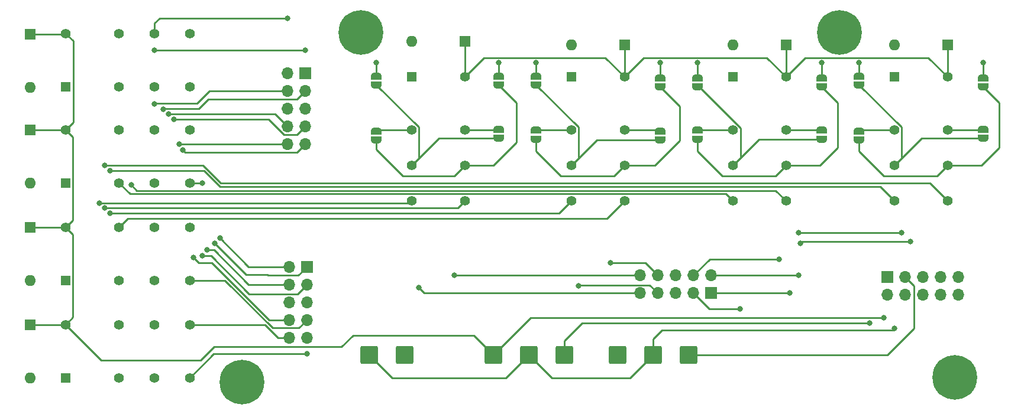
<source format=gbr>
%TF.GenerationSoftware,KiCad,Pcbnew,7.0.6*%
%TF.CreationDate,2023-11-23T12:54:35+01:00*%
%TF.ProjectId,mainboard,6d61696e-626f-4617-9264-2e6b69636164,1*%
%TF.SameCoordinates,Original*%
%TF.FileFunction,Copper,L1,Top*%
%TF.FilePolarity,Positive*%
%FSLAX46Y46*%
G04 Gerber Fmt 4.6, Leading zero omitted, Abs format (unit mm)*
G04 Created by KiCad (PCBNEW 7.0.6) date 2023-11-23 12:54:35*
%MOMM*%
%LPD*%
G01*
G04 APERTURE LIST*
G04 Aperture macros list*
%AMRoundRect*
0 Rectangle with rounded corners*
0 $1 Rounding radius*
0 $2 $3 $4 $5 $6 $7 $8 $9 X,Y pos of 4 corners*
0 Add a 4 corners polygon primitive as box body*
4,1,4,$2,$3,$4,$5,$6,$7,$8,$9,$2,$3,0*
0 Add four circle primitives for the rounded corners*
1,1,$1+$1,$2,$3*
1,1,$1+$1,$4,$5*
1,1,$1+$1,$6,$7*
1,1,$1+$1,$8,$9*
0 Add four rect primitives between the rounded corners*
20,1,$1+$1,$2,$3,$4,$5,0*
20,1,$1+$1,$4,$5,$6,$7,0*
20,1,$1+$1,$6,$7,$8,$9,0*
20,1,$1+$1,$8,$9,$2,$3,0*%
%AMFreePoly0*
4,1,19,0.500000,-0.750000,0.000000,-0.750000,0.000000,-0.744911,-0.071157,-0.744911,-0.207708,-0.704816,-0.327430,-0.627875,-0.420627,-0.520320,-0.479746,-0.390866,-0.500000,-0.250000,-0.500000,0.250000,-0.479746,0.390866,-0.420627,0.520320,-0.327430,0.627875,-0.207708,0.704816,-0.071157,0.744911,0.000000,0.744911,0.000000,0.750000,0.500000,0.750000,0.500000,-0.750000,0.500000,-0.750000,
$1*%
%AMFreePoly1*
4,1,19,0.000000,0.744911,0.071157,0.744911,0.207708,0.704816,0.327430,0.627875,0.420627,0.520320,0.479746,0.390866,0.500000,0.250000,0.500000,-0.250000,0.479746,-0.390866,0.420627,-0.520320,0.327430,-0.627875,0.207708,-0.704816,0.071157,-0.744911,0.000000,-0.744911,0.000000,-0.750000,-0.500000,-0.750000,-0.500000,0.750000,0.000000,0.750000,0.000000,0.744911,0.000000,0.744911,
$1*%
G04 Aperture macros list end*
%TA.AperFunction,ComponentPad*%
%ADD10RoundRect,0.249999X-1.025001X-1.025001X1.025001X-1.025001X1.025001X1.025001X-1.025001X1.025001X0*%
%TD*%
%TA.AperFunction,SMDPad,CuDef*%
%ADD11FreePoly0,270.000000*%
%TD*%
%TA.AperFunction,SMDPad,CuDef*%
%ADD12FreePoly1,270.000000*%
%TD*%
%TA.AperFunction,ComponentPad*%
%ADD13R,1.700000X1.700000*%
%TD*%
%TA.AperFunction,ComponentPad*%
%ADD14O,1.700000X1.700000*%
%TD*%
%TA.AperFunction,ComponentPad*%
%ADD15C,0.800000*%
%TD*%
%TA.AperFunction,ComponentPad*%
%ADD16C,6.400000*%
%TD*%
%TA.AperFunction,ComponentPad*%
%ADD17R,1.600000X1.600000*%
%TD*%
%TA.AperFunction,ComponentPad*%
%ADD18O,1.600000X1.600000*%
%TD*%
%TA.AperFunction,ComponentPad*%
%ADD19R,1.400000X1.400000*%
%TD*%
%TA.AperFunction,ComponentPad*%
%ADD20C,1.400000*%
%TD*%
%TA.AperFunction,SMDPad,CuDef*%
%ADD21FreePoly0,90.000000*%
%TD*%
%TA.AperFunction,SMDPad,CuDef*%
%ADD22FreePoly1,90.000000*%
%TD*%
%TA.AperFunction,ViaPad*%
%ADD23C,0.800000*%
%TD*%
%TA.AperFunction,Conductor*%
%ADD24C,0.250000*%
%TD*%
G04 APERTURE END LIST*
D10*
%TO.P,J36,1,Pin_1*%
%TO.N,N/C*%
X136435000Y-123745500D03*
%TD*%
%TO.P,J39,1,Pin_1*%
%TO.N,N/C*%
X146595000Y-123745500D03*
%TD*%
D11*
%TO.P,JP6,1,A*%
%TO.N,N/C*%
X183425000Y-83979500D03*
D12*
%TO.P,JP6,2,B*%
X183425000Y-85279500D03*
%TD*%
D13*
%TO.P,J3,1,Pin_1*%
%TO.N,N/C*%
X109785000Y-111075500D03*
D14*
%TO.P,J3,2,Pin_2*%
X107245000Y-111075500D03*
%TO.P,J3,3,Pin_3*%
X109785000Y-113615500D03*
%TO.P,J3,4,Pin_4*%
X107245000Y-113615500D03*
%TO.P,J3,5,Pin_5*%
X109785000Y-116155500D03*
%TO.P,J3,6,Pin_6*%
X107245000Y-116155500D03*
%TO.P,J3,7,Pin_7*%
X109785000Y-118695500D03*
%TO.P,J3,8,Pin_8*%
X107245000Y-118695500D03*
%TO.P,J3,9,Pin_9*%
X109785000Y-121235500D03*
%TO.P,J3,10,Pin_10*%
X107245000Y-121235500D03*
%TD*%
D15*
%TO.P,REF\u002A\u002A,1*%
%TO.N,N/C*%
X183604052Y-77470000D03*
X184306996Y-75772944D03*
X184306996Y-79167056D03*
X186004052Y-75070000D03*
D16*
X186004052Y-77470000D03*
D15*
X186004052Y-79870000D03*
X187701108Y-75772944D03*
X187701108Y-79167056D03*
X188404052Y-77470000D03*
%TD*%
D17*
%TO.P,D6,1,K*%
%TO.N,N/C*%
X178345000Y-79295500D03*
D18*
%TO.P,D6,2,A*%
X170725000Y-79295500D03*
%TD*%
D11*
%TO.P,JP11,1,A*%
%TO.N,N/C*%
X142531000Y-91487500D03*
D12*
%TO.P,JP11,2,B*%
X142531000Y-92787500D03*
%TD*%
D19*
%TO.P,K6,1*%
%TO.N,N/C*%
X75253500Y-99060000D03*
D20*
%TO.P,K6,4*%
X82873500Y-99060000D03*
%TO.P,K6,6*%
X87953500Y-99060000D03*
%TO.P,K6,8*%
X93033500Y-99060000D03*
%TO.P,K6,9*%
X93033500Y-91440000D03*
%TO.P,K6,11*%
X87953500Y-91440000D03*
%TO.P,K6,13*%
X82873500Y-91440000D03*
%TO.P,K6,16*%
X75253500Y-91440000D03*
%TD*%
D19*
%TO.P,K5,1*%
%TO.N,N/C*%
X124751000Y-83867500D03*
D20*
%TO.P,K5,4*%
X124751000Y-91487500D03*
%TO.P,K5,6*%
X124751000Y-96567500D03*
%TO.P,K5,8*%
X124751000Y-101647500D03*
%TO.P,K5,9*%
X132371000Y-101647500D03*
%TO.P,K5,11*%
X132371000Y-96567500D03*
%TO.P,K5,13*%
X132371000Y-91487500D03*
%TO.P,K5,16*%
X132371000Y-83867500D03*
%TD*%
D11*
%TO.P,JP12,1,A*%
%TO.N,N/C*%
X119671000Y-91599500D03*
D12*
%TO.P,JP12,2,B*%
X119671000Y-92899500D03*
%TD*%
D21*
%TO.P,JP16,1,A*%
%TO.N,N/C*%
X119671000Y-85025500D03*
D22*
%TO.P,JP16,2,B*%
X119671000Y-83725500D03*
%TD*%
D15*
%TO.P,REF\u002A\u002A,1*%
%TO.N,N/C*%
X98094052Y-127580000D03*
X98796996Y-125882944D03*
X98796996Y-129277056D03*
X100494052Y-125180000D03*
D16*
X100494052Y-127580000D03*
D15*
X100494052Y-129980000D03*
X102191108Y-125882944D03*
X102191108Y-129277056D03*
X102894052Y-127580000D03*
%TD*%
D10*
%TO.P,J37,1,Pin_1*%
%TO.N,N/C*%
X154215000Y-123745500D03*
%TD*%
D17*
%TO.P,D8,1,K*%
%TO.N,N/C*%
X132371000Y-78787500D03*
D18*
%TO.P,D8,2,A*%
X124751000Y-78787500D03*
%TD*%
D11*
%TO.P,JP9,1,A*%
%TO.N,N/C*%
X188759000Y-91599500D03*
D12*
%TO.P,JP9,2,B*%
X188759000Y-92899500D03*
%TD*%
D21*
%TO.P,JP13,1,A*%
%TO.N,N/C*%
X188759000Y-85025500D03*
D22*
%TO.P,JP13,2,B*%
X188759000Y-83725500D03*
%TD*%
D15*
%TO.P,REF\u002A\u002A,1*%
%TO.N,N/C*%
X115094052Y-77470000D03*
X115796996Y-75772944D03*
X115796996Y-79167056D03*
X117494052Y-75070000D03*
D16*
X117494052Y-77470000D03*
D15*
X117494052Y-79870000D03*
X119191108Y-75772944D03*
X119191108Y-79167056D03*
X119894052Y-77470000D03*
%TD*%
D10*
%TO.P,J33,1,Pin_1*%
%TO.N,N/C*%
X123735000Y-123745500D03*
%TD*%
D11*
%TO.P,JP10,1,A*%
%TO.N,N/C*%
X165645000Y-91487500D03*
D12*
%TO.P,JP10,2,B*%
X165645000Y-92787500D03*
%TD*%
D17*
%TO.P,D10,1,K*%
%TO.N,N/C*%
X70173500Y-91440000D03*
D18*
%TO.P,D10,2,A*%
X70173500Y-99060000D03*
%TD*%
D19*
%TO.P,K8,1*%
%TO.N,N/C*%
X75253500Y-113030000D03*
D20*
%TO.P,K8,4*%
X82873500Y-113030000D03*
%TO.P,K8,6*%
X87953500Y-113030000D03*
%TO.P,K8,8*%
X93033500Y-113030000D03*
%TO.P,K8,9*%
X93033500Y-105410000D03*
%TO.P,K8,11*%
X87953500Y-105410000D03*
%TO.P,K8,13*%
X82873500Y-105410000D03*
%TO.P,K8,16*%
X75253500Y-105410000D03*
%TD*%
D17*
%TO.P,D12,1,K*%
%TO.N,N/C*%
X70173500Y-105410000D03*
D18*
%TO.P,D12,2,A*%
X70173500Y-113030000D03*
%TD*%
D21*
%TO.P,JP14,1,A*%
%TO.N,N/C*%
X165645000Y-85279500D03*
D22*
%TO.P,JP14,2,B*%
X165645000Y-83979500D03*
%TD*%
D13*
%TO.P,J18,1,Pin_1*%
%TO.N,N/C*%
X167647000Y-114875500D03*
D14*
%TO.P,J18,2,Pin_2*%
X167647000Y-112335500D03*
%TO.P,J18,3,Pin_3*%
X165107000Y-114875500D03*
%TO.P,J18,4,Pin_4*%
X165107000Y-112335500D03*
%TO.P,J18,5,Pin_5*%
X162567000Y-114875500D03*
%TO.P,J18,6,Pin_6*%
X162567000Y-112335500D03*
%TO.P,J18,7,Pin_7*%
X160027000Y-114875500D03*
%TO.P,J18,8,Pin_8*%
X160027000Y-112335500D03*
%TO.P,J18,9,Pin_9*%
X157487000Y-114875500D03*
%TO.P,J18,10,Pin_10*%
X157487000Y-112335500D03*
%TD*%
D19*
%TO.P,K7,1*%
%TO.N,N/C*%
X75221000Y-127000000D03*
D20*
%TO.P,K7,4*%
X82841000Y-127000000D03*
%TO.P,K7,6*%
X87921000Y-127000000D03*
%TO.P,K7,8*%
X93001000Y-127000000D03*
%TO.P,K7,9*%
X93001000Y-119380000D03*
%TO.P,K7,11*%
X87921000Y-119380000D03*
%TO.P,K7,13*%
X82841000Y-119380000D03*
%TO.P,K7,16*%
X75221000Y-119380000D03*
%TD*%
D17*
%TO.P,D11,1,K*%
%TO.N,N/C*%
X70141000Y-119380000D03*
D18*
%TO.P,D11,2,A*%
X70141000Y-127000000D03*
%TD*%
D10*
%TO.P,J32,1,Pin_1*%
%TO.N,N/C*%
X118655000Y-123745500D03*
%TD*%
D19*
%TO.P,K1,1*%
%TO.N,N/C*%
X193839000Y-83867500D03*
D20*
%TO.P,K1,4*%
X193839000Y-91487500D03*
%TO.P,K1,6*%
X193839000Y-96567500D03*
%TO.P,K1,8*%
X193839000Y-101647500D03*
%TO.P,K1,9*%
X201459000Y-101647500D03*
%TO.P,K1,11*%
X201459000Y-96567500D03*
%TO.P,K1,13*%
X201459000Y-91487500D03*
%TO.P,K1,16*%
X201459000Y-83867500D03*
%TD*%
D17*
%TO.P,D9,1,K*%
%TO.N,N/C*%
X70173500Y-77724000D03*
D18*
%TO.P,D9,2,A*%
X70173500Y-85344000D03*
%TD*%
D17*
%TO.P,D7,1,K*%
%TO.N,N/C*%
X155231000Y-79295500D03*
D18*
%TO.P,D7,2,A*%
X147611000Y-79295500D03*
%TD*%
D17*
%TO.P,D5,1,K*%
%TO.N,N/C*%
X201459000Y-79295500D03*
D18*
%TO.P,D5,2,A*%
X193839000Y-79295500D03*
%TD*%
D15*
%TO.P,REF\u002A\u002A,1*%
%TO.N,N/C*%
X200094052Y-126980000D03*
X200796996Y-125282944D03*
X200796996Y-128677056D03*
X202494052Y-124580000D03*
D16*
X202494052Y-126980000D03*
D15*
X202494052Y-129380000D03*
X204191108Y-125282944D03*
X204191108Y-128677056D03*
X204894052Y-126980000D03*
%TD*%
D10*
%TO.P,J35,1,Pin_1*%
%TO.N,N/C*%
X141515000Y-123745500D03*
%TD*%
D13*
%TO.P,J19,1,Pin_1*%
%TO.N,N/C*%
X192853000Y-112549500D03*
D14*
%TO.P,J19,2,Pin_2*%
X192853000Y-115089500D03*
%TO.P,J19,3,Pin_3*%
X195393000Y-112549500D03*
%TO.P,J19,4,Pin_4*%
X195393000Y-115089500D03*
%TO.P,J19,5,Pin_5*%
X197933000Y-112549500D03*
%TO.P,J19,6,Pin_6*%
X197933000Y-115089500D03*
%TO.P,J19,7,Pin_7*%
X200473000Y-112549500D03*
%TO.P,J19,8,Pin_8*%
X200473000Y-115089500D03*
%TO.P,J19,9,Pin_9*%
X203013000Y-112549500D03*
%TO.P,J19,10,Pin_10*%
X203013000Y-115089500D03*
%TD*%
D11*
%TO.P,JP8,1,A*%
%TO.N,N/C*%
X137197000Y-83725500D03*
D12*
%TO.P,JP8,2,B*%
X137197000Y-85025500D03*
%TD*%
D11*
%TO.P,JP1,1,A*%
%TO.N,N/C*%
X206539000Y-91345500D03*
D12*
%TO.P,JP1,2,B*%
X206539000Y-92645500D03*
%TD*%
D19*
%TO.P,K4,1*%
%TO.N,N/C*%
X147611000Y-83867500D03*
D20*
%TO.P,K4,4*%
X147611000Y-91487500D03*
%TO.P,K4,6*%
X147611000Y-96567500D03*
%TO.P,K4,8*%
X147611000Y-101647500D03*
%TO.P,K4,9*%
X155231000Y-101647500D03*
%TO.P,K4,11*%
X155231000Y-96567500D03*
%TO.P,K4,13*%
X155231000Y-91487500D03*
%TO.P,K4,16*%
X155231000Y-83867500D03*
%TD*%
D10*
%TO.P,J38,1,Pin_1*%
%TO.N,N/C*%
X159295000Y-123745500D03*
%TD*%
D21*
%TO.P,JP15,1,A*%
%TO.N,N/C*%
X142531000Y-85025500D03*
D22*
%TO.P,JP15,2,B*%
X142531000Y-83725500D03*
%TD*%
D11*
%TO.P,JP3,1,A*%
%TO.N,N/C*%
X160311000Y-91599500D03*
D12*
%TO.P,JP3,2,B*%
X160311000Y-92899500D03*
%TD*%
D11*
%TO.P,JP4,1,A*%
%TO.N,N/C*%
X137197000Y-91345500D03*
D12*
%TO.P,JP4,2,B*%
X137197000Y-92645500D03*
%TD*%
D13*
%TO.P,J1,1,Pin_1*%
%TO.N,N/C*%
X109511000Y-83359500D03*
D14*
%TO.P,J1,2,Pin_2*%
X106971000Y-83359500D03*
%TO.P,J1,3,Pin_3*%
X109511000Y-85899500D03*
%TO.P,J1,4,Pin_4*%
X106971000Y-85899500D03*
%TO.P,J1,5,Pin_5*%
X109511000Y-88439500D03*
%TO.P,J1,6,Pin_6*%
X106971000Y-88439500D03*
%TO.P,J1,7,Pin_7*%
X109511000Y-90979500D03*
%TO.P,J1,8,Pin_8*%
X106971000Y-90979500D03*
%TO.P,J1,9,Pin_9*%
X109511000Y-93519500D03*
%TO.P,J1,10,Pin_10*%
X106971000Y-93519500D03*
%TD*%
D11*
%TO.P,JP5,1,A*%
%TO.N,N/C*%
X206539000Y-83979500D03*
D12*
%TO.P,JP5,2,B*%
X206539000Y-85279500D03*
%TD*%
D10*
%TO.P,J40,1,Pin_1*%
%TO.N,N/C*%
X164375000Y-123745500D03*
%TD*%
D19*
%TO.P,K2,1*%
%TO.N,N/C*%
X75286000Y-85296500D03*
D20*
%TO.P,K2,4*%
X82906000Y-85296500D03*
%TO.P,K2,6*%
X87986000Y-85296500D03*
%TO.P,K2,8*%
X93066000Y-85296500D03*
%TO.P,K2,9*%
X93066000Y-77676500D03*
%TO.P,K2,11*%
X87986000Y-77676500D03*
%TO.P,K2,13*%
X82906000Y-77676500D03*
%TO.P,K2,16*%
X75286000Y-77676500D03*
%TD*%
D19*
%TO.P,K3,1*%
%TO.N,N/C*%
X170725000Y-83867500D03*
D20*
%TO.P,K3,4*%
X170725000Y-91487500D03*
%TO.P,K3,6*%
X170725000Y-96567500D03*
%TO.P,K3,8*%
X170725000Y-101647500D03*
%TO.P,K3,9*%
X178345000Y-101647500D03*
%TO.P,K3,11*%
X178345000Y-96567500D03*
%TO.P,K3,13*%
X178345000Y-91487500D03*
%TO.P,K3,16*%
X178345000Y-83867500D03*
%TD*%
D11*
%TO.P,JP2,1,A*%
%TO.N,N/C*%
X183425000Y-91487500D03*
D12*
%TO.P,JP2,2,B*%
X183425000Y-92787500D03*
%TD*%
D11*
%TO.P,JP7,1,A*%
%TO.N,N/C*%
X160311000Y-83979500D03*
D12*
%TO.P,JP7,2,B*%
X160311000Y-85279500D03*
%TD*%
D23*
%TO.N,*%
X183425000Y-81835500D03*
X119671000Y-81835500D03*
X165645000Y-81835500D03*
X137197000Y-81835500D03*
X192315000Y-118411500D03*
X206539000Y-81835500D03*
X160311000Y-81835500D03*
X106971000Y-75485500D03*
X109511000Y-80057500D03*
X90715000Y-89963500D03*
X87953500Y-87710000D03*
X142531000Y-81835500D03*
X89191000Y-88494745D03*
X87921000Y-80057500D03*
X188759000Y-81835500D03*
X80809000Y-96567500D03*
X178853000Y-114855500D03*
X153199000Y-110537500D03*
X94779000Y-109521500D03*
X80809000Y-102663500D03*
X80095860Y-101963188D03*
X193839000Y-119935500D03*
X109785000Y-123580000D03*
X130847000Y-112315500D03*
X180123000Y-106219500D03*
X180377000Y-107743500D03*
X93509000Y-109775500D03*
X125767000Y-114093500D03*
X171741000Y-117141500D03*
X180123000Y-112315500D03*
X194864000Y-106219500D03*
X148627000Y-113839500D03*
X81571000Y-103425500D03*
X81571000Y-97329500D03*
X84619000Y-99361500D03*
X196125000Y-107489500D03*
X95503500Y-108689864D03*
X94779000Y-99107500D03*
X190283000Y-119173500D03*
X177329000Y-110029500D03*
X89953000Y-89201500D03*
X91477000Y-93519500D03*
X92031424Y-94351136D03*
X96557000Y-107743500D03*
X97319000Y-106981500D03*
%TD*%
D24*
%TO.N,*%
X80818000Y-102672500D02*
X80809000Y-102663500D01*
X80484007Y-101963188D02*
X80508695Y-101938500D01*
X84096000Y-104187500D02*
X82873500Y-105410000D01*
X145833000Y-103425500D02*
X81571000Y-103425500D01*
X152691000Y-104187500D02*
X84096000Y-104187500D01*
X155231000Y-101647500D02*
X152691000Y-104187500D01*
X80508695Y-101938500D02*
X124460000Y-101938500D01*
X147611000Y-101647500D02*
X145833000Y-103425500D01*
X80095860Y-101963188D02*
X80484007Y-101963188D01*
X131346000Y-102672500D02*
X80818000Y-102672500D01*
X124460000Y-101938500D02*
X124751000Y-101647500D01*
X132371000Y-101647500D02*
X131346000Y-102672500D01*
X85430000Y-100172500D02*
X84619000Y-99361500D01*
X178345000Y-101647500D02*
X176870000Y-100172500D01*
X169700000Y-100622500D02*
X84436000Y-100622500D01*
X170725000Y-101647500D02*
X169700000Y-100622500D01*
X94907396Y-96567500D02*
X80809000Y-96567500D01*
X142531000Y-92787500D02*
X142531000Y-94535500D01*
X188759000Y-92899500D02*
X188759000Y-94535500D01*
X206285000Y-96567500D02*
X201459000Y-96567500D01*
X97447396Y-99107500D02*
X94907396Y-96567500D01*
X169201000Y-98091500D02*
X176821000Y-98091500D01*
X95033000Y-97329500D02*
X81571000Y-97329500D01*
X97319000Y-99615500D02*
X95033000Y-97329500D01*
X139737000Y-93265500D02*
X136435000Y-96567500D01*
X119738569Y-85025500D02*
X125776000Y-91062931D01*
X130847000Y-98091500D02*
X132371000Y-96567500D01*
X201459000Y-101647500D02*
X198919000Y-99107500D01*
X163105000Y-93028864D02*
X159566364Y-96567500D01*
X183425000Y-85279500D02*
X185711000Y-87565500D01*
X199935000Y-98091500D02*
X201459000Y-96567500D01*
X119671000Y-85025500D02*
X119738569Y-85025500D01*
X136435000Y-96567500D02*
X132371000Y-96567500D01*
X206539000Y-85279500D02*
X208825000Y-87565500D01*
X142598569Y-85025500D02*
X148636000Y-91062931D01*
X128673000Y-92645500D02*
X124751000Y-96567500D01*
X146087000Y-98091500D02*
X153707000Y-98091500D01*
X188759000Y-94535500D02*
X192315000Y-98091500D01*
X191807000Y-99615500D02*
X97319000Y-99615500D01*
X183171000Y-96567500D02*
X178345000Y-96567500D01*
X151279000Y-92899500D02*
X147611000Y-96567500D01*
X84436000Y-100622500D02*
X82873500Y-99060000D01*
X185711000Y-94027500D02*
X183171000Y-96567500D01*
X160311000Y-85279500D02*
X163105000Y-88073500D01*
X163105000Y-88073500D02*
X163105000Y-93028864D01*
X198919000Y-99107500D02*
X97447396Y-99107500D01*
X119671000Y-94281500D02*
X123481000Y-98091500D01*
X123481000Y-98091500D02*
X130847000Y-98091500D01*
X185711000Y-87565500D02*
X185711000Y-94027500D01*
X208825000Y-94027500D02*
X206285000Y-96567500D01*
X139737000Y-87565500D02*
X139737000Y-93265500D01*
X192315000Y-98091500D02*
X199935000Y-98091500D01*
X125776000Y-91062931D02*
X125776000Y-95542500D01*
X125776000Y-95542500D02*
X124751000Y-96567500D01*
X160311000Y-92899500D02*
X151279000Y-92899500D01*
X119671000Y-92899500D02*
X119671000Y-94281500D01*
X148636000Y-95542500D02*
X147611000Y-96567500D01*
X159566364Y-96567500D02*
X155231000Y-96567500D01*
X137197000Y-85025500D02*
X139737000Y-87565500D01*
X137197000Y-92645500D02*
X128673000Y-92645500D01*
X193839000Y-101647500D02*
X191807000Y-99615500D01*
X208825000Y-87565500D02*
X208825000Y-94027500D01*
X153707000Y-98091500D02*
X155231000Y-96567500D01*
X165645000Y-94535500D02*
X169201000Y-98091500D01*
X176821000Y-98091500D02*
X178345000Y-96567500D01*
X176870000Y-100172500D02*
X85430000Y-100172500D01*
X142531000Y-94535500D02*
X146087000Y-98091500D01*
X165645000Y-92787500D02*
X165645000Y-94535500D01*
X165645000Y-85279500D02*
X165966569Y-85279500D01*
X197761000Y-92645500D02*
X193839000Y-96567500D01*
X193585000Y-120189500D02*
X160565000Y-120189500D01*
X149135000Y-119173500D02*
X146595000Y-121713500D01*
X206539000Y-92645500D02*
X197761000Y-92645500D01*
X159295000Y-121459500D02*
X159295000Y-123745500D01*
X148636000Y-91062931D02*
X148636000Y-95542500D01*
X193839000Y-119935500D02*
X193585000Y-120189500D01*
X188759000Y-85025500D02*
X188826569Y-85025500D01*
X164375000Y-123745500D02*
X192823000Y-123745500D01*
X137055000Y-91487500D02*
X132371000Y-91487500D01*
X171868000Y-95424500D02*
X170725000Y-96567500D01*
X190283000Y-119173500D02*
X149135000Y-119173500D01*
X171868000Y-91180931D02*
X171868000Y-95424500D01*
X155993000Y-127047500D02*
X159295000Y-123745500D01*
X174505000Y-92787500D02*
X170725000Y-96567500D01*
X196633000Y-113789500D02*
X195393000Y-112549500D01*
X194864000Y-95542500D02*
X193839000Y-96567500D01*
X196633000Y-119935500D02*
X196633000Y-113789500D01*
X160565000Y-120189500D02*
X159295000Y-121459500D01*
X121957000Y-127047500D02*
X138213000Y-127047500D01*
X118655000Y-123745500D02*
X121957000Y-127047500D01*
X146595000Y-121713500D02*
X146595000Y-123745500D01*
X165966569Y-85279500D02*
X171868000Y-91180931D01*
X194864000Y-91062931D02*
X194864000Y-95542500D01*
X144817000Y-127047500D02*
X155993000Y-127047500D01*
X141515000Y-123745500D02*
X144817000Y-127047500D01*
X192823000Y-123745500D02*
X196633000Y-119935500D01*
X142531000Y-85025500D02*
X142598569Y-85025500D01*
X188826569Y-85025500D02*
X194864000Y-91062931D01*
X138213000Y-127047500D02*
X141515000Y-123745500D01*
X183425000Y-92787500D02*
X174505000Y-92787500D01*
X180631000Y-107489500D02*
X180377000Y-107743500D01*
X201459000Y-91487500D02*
X206397000Y-91487500D01*
X188871000Y-91487500D02*
X193839000Y-91487500D01*
X178833000Y-114875500D02*
X167647000Y-114875500D01*
X148627000Y-113839500D02*
X148766000Y-113700500D01*
X165645000Y-91487500D02*
X170725000Y-91487500D01*
X206397000Y-91487500D02*
X206539000Y-91345500D01*
X167413000Y-110029500D02*
X165107000Y-112335500D01*
X178853000Y-114855500D02*
X178833000Y-114875500D01*
X155231000Y-91487500D02*
X160199000Y-91487500D01*
X125767000Y-114093500D02*
X126549000Y-114875500D01*
X137197000Y-91345500D02*
X137055000Y-91487500D01*
X130867000Y-112335500D02*
X157487000Y-112335500D01*
X130847000Y-112315500D02*
X130867000Y-112335500D01*
X119783000Y-91487500D02*
X124751000Y-91487500D01*
X177329000Y-110029500D02*
X167413000Y-110029500D01*
X180103000Y-112335500D02*
X167647000Y-112335500D01*
X196125000Y-107489500D02*
X180631000Y-107489500D01*
X188759000Y-91599500D02*
X188871000Y-91487500D01*
X194864000Y-106219500D02*
X180123000Y-106219500D01*
X126549000Y-114875500D02*
X157487000Y-114875500D01*
X119671000Y-91599500D02*
X119783000Y-91487500D01*
X160199000Y-91487500D02*
X160311000Y-91599500D01*
X153199000Y-110537500D02*
X158229000Y-110537500D01*
X171741000Y-117141500D02*
X167373000Y-117141500D01*
X147611000Y-91487500D02*
X142531000Y-91487500D01*
X180123000Y-112315500D02*
X180103000Y-112335500D01*
X178345000Y-91487500D02*
X183425000Y-91487500D01*
X158229000Y-110537500D02*
X160027000Y-112335500D01*
X158852000Y-113700500D02*
X160027000Y-114875500D01*
X148766000Y-113700500D02*
X158852000Y-113700500D01*
X167373000Y-117141500D02*
X165107000Y-114875500D01*
X93033500Y-113030000D02*
X98033500Y-113030000D01*
X96049000Y-109521500D02*
X101508000Y-114980500D01*
X94731500Y-99060000D02*
X93033500Y-99060000D01*
X104177000Y-112315500D02*
X108545000Y-112315500D01*
X101413000Y-111075500D02*
X107245000Y-111075500D01*
X94271000Y-110537500D02*
X96177396Y-110537500D01*
X98033500Y-113030000D02*
X104874000Y-119870500D01*
X101413000Y-113615500D02*
X107245000Y-113615500D01*
X109785000Y-123580000D02*
X96421000Y-123580000D01*
X97319000Y-106981500D02*
X101413000Y-111075500D01*
X96177396Y-110537500D02*
X104335396Y-118695500D01*
X103747104Y-119380000D02*
X105602604Y-121235500D01*
X101064000Y-112250500D02*
X104112000Y-112250500D01*
X104112000Y-112250500D02*
X104177000Y-112315500D01*
X101508000Y-114980500D02*
X108420000Y-114980500D01*
X104874000Y-119870500D02*
X108610000Y-119870500D01*
X95503500Y-108689864D02*
X96487364Y-108689864D01*
X104335396Y-118695500D02*
X107245000Y-118695500D01*
X108420000Y-114980500D02*
X109785000Y-113615500D01*
X96557000Y-107743500D02*
X101064000Y-112250500D01*
X105602604Y-121235500D02*
X107245000Y-121235500D01*
X93001000Y-119380000D02*
X103747104Y-119380000D01*
X94779000Y-109521500D02*
X96049000Y-109521500D01*
X93509000Y-109775500D02*
X94271000Y-110537500D01*
X108545000Y-112315500D02*
X109785000Y-111075500D01*
X108610000Y-119870500D02*
X109785000Y-118695500D01*
X94779000Y-99107500D02*
X94731500Y-99060000D01*
X96421000Y-123580000D02*
X93001000Y-127000000D01*
X96487364Y-108689864D02*
X101413000Y-113615500D01*
X106484299Y-92154500D02*
X108336000Y-92154500D01*
X95795000Y-85899500D02*
X106971000Y-85899500D01*
X136435000Y-123745500D02*
X141769000Y-118411500D01*
X70173500Y-77724000D02*
X75238500Y-77724000D01*
X87953500Y-87710000D02*
X87986000Y-87677500D01*
X133641000Y-120951500D02*
X136435000Y-123745500D01*
X116369000Y-120951500D02*
X133641000Y-120951500D01*
X108336000Y-87074500D02*
X109511000Y-85899500D01*
X70173500Y-105410000D02*
X75253500Y-105410000D01*
X76311000Y-90382500D02*
X75253500Y-91440000D01*
X75286000Y-77676500D02*
X76311000Y-78701500D01*
X92374788Y-94694500D02*
X108336000Y-94694500D01*
X108336000Y-94694500D02*
X109511000Y-93519500D01*
X92031424Y-94351136D02*
X92374788Y-94694500D01*
X80348500Y-124507500D02*
X94566552Y-124507500D01*
X90752500Y-89926000D02*
X104255799Y-89926000D01*
X94271000Y-88439500D02*
X95668000Y-87042500D01*
X76278500Y-106435000D02*
X76278500Y-118322500D01*
X87986000Y-87677500D02*
X94017000Y-87677500D01*
X87986000Y-76182500D02*
X87986000Y-77676500D01*
X95700000Y-87074500D02*
X108336000Y-87074500D01*
X105193000Y-89201500D02*
X106971000Y-90979500D01*
X108336000Y-92154500D02*
X109511000Y-90979500D01*
X88683000Y-75485500D02*
X87986000Y-76182500D01*
X75253500Y-91440000D02*
X76278500Y-92465000D01*
X104255799Y-89926000D02*
X106484299Y-92154500D01*
X89953000Y-89201500D02*
X105193000Y-89201500D01*
X94017000Y-87677500D02*
X95795000Y-85899500D01*
X70173500Y-91440000D02*
X75253500Y-91440000D01*
X95668000Y-87042500D02*
X95700000Y-87074500D01*
X75238500Y-77724000D02*
X75286000Y-77676500D01*
X76311000Y-78701500D02*
X76311000Y-90382500D01*
X141769000Y-118411500D02*
X192315000Y-118411500D01*
X76278500Y-104385000D02*
X75253500Y-105410000D01*
X87921000Y-80057500D02*
X109511000Y-80057500D01*
X76278500Y-118322500D02*
X75221000Y-119380000D01*
X114740500Y-122580000D02*
X116369000Y-120951500D01*
X106971000Y-75485500D02*
X88683000Y-75485500D01*
X90715000Y-89963500D02*
X90752500Y-89926000D01*
X89191000Y-88494745D02*
X89246245Y-88439500D01*
X96494052Y-122580000D02*
X114740500Y-122580000D01*
X89246245Y-88439500D02*
X94271000Y-88439500D01*
X75253500Y-105410000D02*
X76278500Y-106435000D01*
X76278500Y-92465000D02*
X76278500Y-104385000D01*
X75221000Y-119380000D02*
X80348500Y-124507500D01*
X91477000Y-93519500D02*
X106971000Y-93519500D01*
X94566552Y-124507500D02*
X96494052Y-122580000D01*
X70141000Y-119380000D02*
X75221000Y-119380000D01*
X206539000Y-83979500D02*
X206539000Y-81835500D01*
X142531000Y-83725500D02*
X142531000Y-81835500D01*
X178345000Y-79295500D02*
X178345000Y-83867500D01*
X160311000Y-83979500D02*
X160311000Y-81835500D01*
X181102000Y-81110500D02*
X198702000Y-81110500D01*
X198702000Y-81110500D02*
X201459000Y-83867500D01*
X178345000Y-83867500D02*
X181102000Y-81110500D01*
X132371000Y-78787500D02*
X132371000Y-83867500D01*
X157988000Y-81110500D02*
X175588000Y-81110500D01*
X155231000Y-79295500D02*
X155231000Y-83867500D01*
X175588000Y-81110500D02*
X178345000Y-83867500D01*
X135128000Y-81110500D02*
X152474000Y-81110500D01*
X152474000Y-81110500D02*
X155231000Y-83867500D01*
X137197000Y-83725500D02*
X137197000Y-81835500D01*
X132371000Y-83867500D02*
X135128000Y-81110500D01*
X201459000Y-79295500D02*
X201459000Y-83867500D01*
X155231000Y-83867500D02*
X157988000Y-81110500D01*
X188759000Y-83725500D02*
X188759000Y-81835500D01*
X183425000Y-83979500D02*
X183425000Y-81835500D01*
X165645000Y-83979500D02*
X165645000Y-81835500D01*
X119671000Y-83725500D02*
X119671000Y-81835500D01*
%TD*%
M02*

</source>
